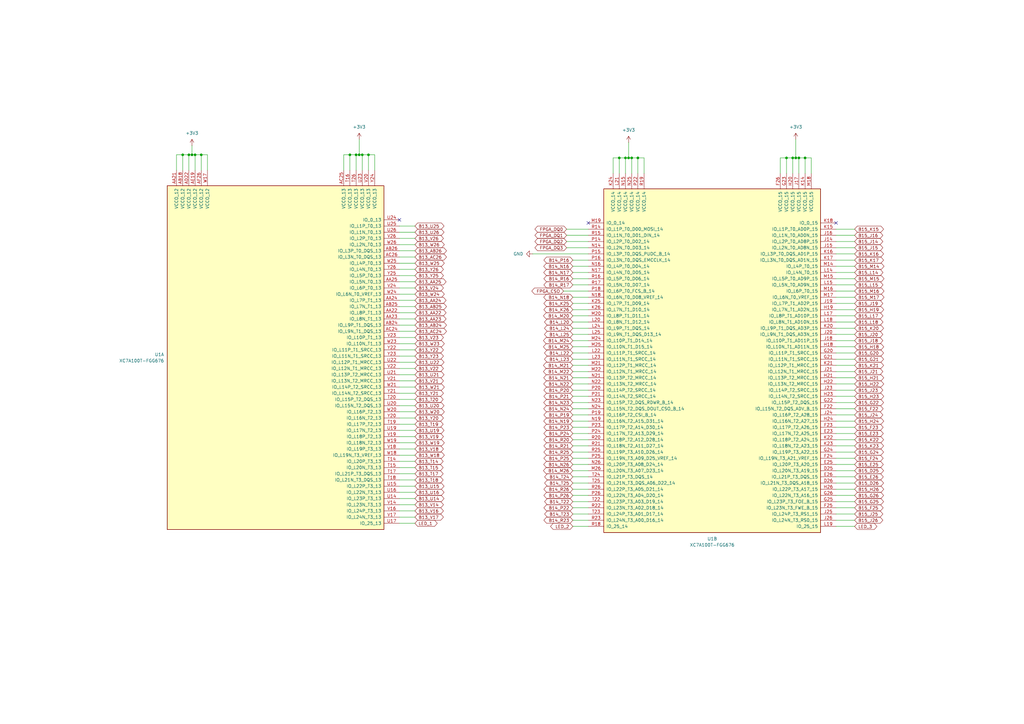
<source format=kicad_sch>
(kicad_sch (version 20250114) (generator "eeschema") (generator_version "9.0")
  (paper "A3")
  (junction (at 77.47 63.5))
  (junction (at 326.39 64.77))
  (junction (at 254 64.77))
  (junction (at 261.62 64.77))
  (junction (at 143.51 63.5))
  (junction (at 325.12 64.77))
  (junction (at 151.13 63.5))
  (junction (at 78.74 63.5))
  (junction (at 80.01 63.5))
  (junction (at 74.93 63.5))
  (junction (at 330.2 64.77))
  (junction (at 82.55 63.5))
  (junction (at 147.32 63.5))
  (junction (at 322.58 64.77))
  (junction (at 257.81 64.77))
  (junction (at 146.05 63.5))
  (junction (at 327.66 64.77))
  (junction (at 259.08 64.77))
  (junction (at 256.54 64.77))
  (junction (at 148.59 63.5))
  (no_connect (at 342.9 91.44))
  (no_connect (at 241.3 91.44))
  (no_connect (at 163.83 90.17))
  (wire (pts (xy 234.95 149.86) (xy 241.3 149.86)))
  (wire (pts (xy 234.95 139.7) (xy 241.3 139.7)))
  (wire (pts (xy 326.39 64.77) (xy 326.39 57.15)))
  (wire (pts (xy 327.66 64.77) (xy 330.2 64.77)))
  (wire (pts (xy 170.18 120.65) (xy 163.83 120.65)))
  (wire (pts (xy 350.52 114.3) (xy 342.9 114.3)))
  (wire (pts (xy 350.52 101.6) (xy 342.9 101.6)))
  (wire (pts (xy 350.52 93.98) (xy 342.9 93.98)))
  (wire (pts (xy 350.52 129.54) (xy 342.9 129.54)))
  (wire (pts (xy 74.93 63.5) (xy 74.93 69.85)))
  (wire (pts (xy 170.18 158.75) (xy 163.83 158.75)))
  (wire (pts (xy 234.95 205.74) (xy 241.3 205.74)))
  (wire (pts (xy 350.52 172.72) (xy 342.9 172.72)))
  (wire (pts (xy 232.41 101.6) (xy 241.3 101.6)))
  (wire (pts (xy 325.12 64.77) (xy 325.12 71.12)))
  (wire (pts (xy 322.58 64.77) (xy 322.58 71.12)))
  (wire (pts (xy 170.18 166.37) (xy 163.83 166.37)))
  (wire (pts (xy 350.52 106.68) (xy 342.9 106.68)))
  (wire (pts (xy 342.9 215.9) (xy 350.52 215.9)))
  (wire (pts (xy 234.95 116.84) (xy 241.3 116.84)))
  (wire (pts (xy 170.18 199.39) (xy 163.83 199.39)))
  (wire (pts (xy 350.52 190.5) (xy 342.9 190.5)))
  (wire (pts (xy 153.67 69.85) (xy 153.67 63.5)))
  (wire (pts (xy 234.95 165.1) (xy 241.3 165.1)))
  (wire (pts (xy 350.52 195.58) (xy 342.9 195.58)))
  (wire (pts (xy 170.18 138.43) (xy 163.83 138.43)))
  (wire (pts (xy 350.52 121.92) (xy 342.9 121.92)))
  (wire (pts (xy 234.95 144.78) (xy 241.3 144.78)))
  (wire (pts (xy 350.52 157.48) (xy 342.9 157.48)))
  (wire (pts (xy 148.59 63.5) (xy 147.32 63.5)))
  (wire (pts (xy 170.18 176.53) (xy 163.83 176.53)))
  (wire (pts (xy 170.18 191.77) (xy 163.83 191.77)))
  (wire (pts (xy 163.83 214.63) (xy 170.18 214.63)))
  (wire (pts (xy 350.52 134.62) (xy 342.9 134.62)))
  (wire (pts (xy 350.52 170.18) (xy 342.9 170.18)))
  (wire (pts (xy 170.18 143.51) (xy 163.83 143.51)))
  (wire (pts (xy 264.16 71.12) (xy 264.16 64.77)))
  (wire (pts (xy 218.44 104.14) (xy 241.3 104.14)))
  (wire (pts (xy 234.95 193.04) (xy 241.3 193.04)))
  (wire (pts (xy 350.52 104.14) (xy 342.9 104.14)))
  (wire (pts (xy 350.52 124.46) (xy 342.9 124.46)))
  (wire (pts (xy 234.95 162.56) (xy 241.3 162.56)))
  (wire (pts (xy 234.95 142.24) (xy 241.3 142.24)))
  (wire (pts (xy 326.39 64.77) (xy 327.66 64.77)))
  (wire (pts (xy 170.18 207.01) (xy 163.83 207.01)))
  (wire (pts (xy 350.52 132.08) (xy 342.9 132.08)))
  (wire (pts (xy 234.95 127) (xy 241.3 127)))
  (wire (pts (xy 170.18 189.23) (xy 163.83 189.23)))
  (wire (pts (xy 234.95 124.46) (xy 241.3 124.46)))
  (wire (pts (xy 72.39 63.5) (xy 74.93 63.5)))
  (wire (pts (xy 143.51 63.5) (xy 143.51 69.85)))
  (wire (pts (xy 80.01 63.5) (xy 80.01 69.85)))
  (wire (pts (xy 78.74 63.5) (xy 80.01 63.5)))
  (wire (pts (xy 350.52 116.84) (xy 342.9 116.84)))
  (wire (pts (xy 259.08 71.12) (xy 259.08 64.77)))
  (wire (pts (xy 170.18 151.13) (xy 163.83 151.13)))
  (wire (pts (xy 232.41 93.98) (xy 241.3 93.98)))
  (wire (pts (xy 170.18 140.97) (xy 163.83 140.97)))
  (wire (pts (xy 350.52 152.4) (xy 342.9 152.4)))
  (wire (pts (xy 257.81 64.77) (xy 259.08 64.77)))
  (wire (pts (xy 77.47 63.5) (xy 77.47 69.85)))
  (wire (pts (xy 140.97 63.5) (xy 143.51 63.5)))
  (wire (pts (xy 170.18 110.49) (xy 163.83 110.49)))
  (wire (pts (xy 234.95 109.22) (xy 241.3 109.22)))
  (wire (pts (xy 170.18 97.79) (xy 163.83 97.79)))
  (wire (pts (xy 234.95 147.32) (xy 241.3 147.32)))
  (wire (pts (xy 350.52 154.94) (xy 342.9 154.94)))
  (wire (pts (xy 327.66 71.12) (xy 327.66 64.77)))
  (wire (pts (xy 170.18 133.35) (xy 163.83 133.35)))
  (wire (pts (xy 350.52 203.2) (xy 342.9 203.2)))
  (wire (pts (xy 170.18 209.55) (xy 163.83 209.55)))
  (wire (pts (xy 170.18 156.21) (xy 163.83 156.21)))
  (wire (pts (xy 170.18 146.05) (xy 163.83 146.05)))
  (wire (pts (xy 251.46 64.77) (xy 254 64.77)))
  (wire (pts (xy 232.41 99.06) (xy 241.3 99.06)))
  (wire (pts (xy 147.32 63.5) (xy 147.32 57.15)))
  (wire (pts (xy 170.18 102.87) (xy 163.83 102.87)))
  (wire (pts (xy 234.95 203.2) (xy 241.3 203.2)))
  (wire (pts (xy 251.46 71.12) (xy 251.46 64.77)))
  (wire (pts (xy 146.05 63.5) (xy 147.32 63.5)))
  (wire (pts (xy 254 64.77) (xy 256.54 64.77)))
  (wire (pts (xy 350.52 96.52) (xy 342.9 96.52)))
  (wire (pts (xy 261.62 64.77) (xy 259.08 64.77)))
  (wire (pts (xy 82.55 63.5) (xy 85.09 63.5)))
  (wire (pts (xy 234.95 210.82) (xy 241.3 210.82)))
  (wire (pts (xy 72.39 69.85) (xy 72.39 63.5)))
  (wire (pts (xy 350.52 177.8) (xy 342.9 177.8)))
  (wire (pts (xy 170.18 204.47) (xy 163.83 204.47)))
  (wire (pts (xy 78.74 63.5) (xy 78.74 59.69)))
  (wire (pts (xy 170.18 168.91) (xy 163.83 168.91)))
  (wire (pts (xy 170.18 153.67) (xy 163.83 153.67)))
  (wire (pts (xy 350.52 180.34) (xy 342.9 180.34)))
  (wire (pts (xy 234.95 182.88) (xy 241.3 182.88)))
  (wire (pts (xy 170.18 194.31) (xy 163.83 194.31)))
  (wire (pts (xy 170.18 148.59) (xy 163.83 148.59)))
  (wire (pts (xy 170.18 184.15) (xy 163.83 184.15)))
  (wire (pts (xy 170.18 118.11) (xy 163.83 118.11)))
  (wire (pts (xy 170.18 113.03) (xy 163.83 113.03)))
  (wire (pts (xy 170.18 163.83) (xy 163.83 163.83)))
  (wire (pts (xy 170.18 135.89) (xy 163.83 135.89)))
  (wire (pts (xy 170.18 130.81) (xy 163.83 130.81)))
  (wire (pts (xy 170.18 201.93) (xy 163.83 201.93)))
  (wire (pts (xy 325.12 64.77) (xy 326.39 64.77)))
  (wire (pts (xy 320.04 64.77) (xy 322.58 64.77)))
  (wire (pts (xy 234.95 170.18) (xy 241.3 170.18)))
  (wire (pts (xy 170.18 115.57) (xy 163.83 115.57)))
  (wire (pts (xy 350.52 208.28) (xy 342.9 208.28)))
  (wire (pts (xy 350.52 137.16) (xy 342.9 137.16)))
  (wire (pts (xy 234.95 111.76) (xy 241.3 111.76)))
  (wire (pts (xy 261.62 64.77) (xy 261.62 71.12)))
  (wire (pts (xy 148.59 63.5) (xy 148.59 69.85)))
  (wire (pts (xy 74.93 63.5) (xy 77.47 63.5)))
  (wire (pts (xy 234.95 185.42) (xy 241.3 185.42)))
  (wire (pts (xy 170.18 125.73) (xy 163.83 125.73)))
  (wire (pts (xy 234.95 114.3) (xy 241.3 114.3)))
  (wire (pts (xy 234.95 154.94) (xy 241.3 154.94)))
  (wire (pts (xy 170.18 161.29) (xy 163.83 161.29)))
  (wire (pts (xy 350.52 119.38) (xy 342.9 119.38)))
  (wire (pts (xy 80.01 63.5) (xy 82.55 63.5)))
  (wire (pts (xy 82.55 69.85) (xy 82.55 63.5)))
  (wire (pts (xy 234.95 152.4) (xy 241.3 152.4)))
  (wire (pts (xy 170.18 196.85) (xy 163.83 196.85)))
  (wire (pts (xy 234.95 215.9) (xy 241.3 215.9)))
  (wire (pts (xy 264.16 64.77) (xy 261.62 64.77)))
  (wire (pts (xy 234.95 129.54) (xy 241.3 129.54)))
  (wire (pts (xy 350.52 205.74) (xy 342.9 205.74)))
  (wire (pts (xy 234.95 208.28) (xy 241.3 208.28)))
  (wire (pts (xy 170.18 92.71) (xy 163.83 92.71)))
  (wire (pts (xy 234.95 132.08) (xy 241.3 132.08)))
  (wire (pts (xy 232.41 96.52) (xy 241.3 96.52)))
  (wire (pts (xy 170.18 179.07) (xy 163.83 179.07)))
  (wire (pts (xy 170.18 105.41) (xy 163.83 105.41)))
  (wire (pts (xy 350.52 198.12) (xy 342.9 198.12)))
  (wire (pts (xy 350.52 193.04) (xy 342.9 193.04)))
  (wire (pts (xy 170.18 100.33) (xy 163.83 100.33)))
  (wire (pts (xy 350.52 149.86) (xy 342.9 149.86)))
  (wire (pts (xy 234.95 177.8) (xy 241.3 177.8)))
  (wire (pts (xy 350.52 185.42) (xy 342.9 185.42)))
  (wire (pts (xy 170.18 212.09) (xy 163.83 212.09)))
  (wire (pts (xy 254 64.77) (xy 254 71.12)))
  (wire (pts (xy 350.52 144.78) (xy 342.9 144.78)))
  (wire (pts (xy 234.95 157.48) (xy 241.3 157.48)))
  (wire (pts (xy 350.52 175.26) (xy 342.9 175.26)))
  (wire (pts (xy 350.52 142.24) (xy 342.9 142.24)))
  (wire (pts (xy 350.52 111.76) (xy 342.9 111.76)))
  (wire (pts (xy 153.67 63.5) (xy 151.13 63.5)))
  (wire (pts (xy 256.54 64.77) (xy 256.54 71.12)))
  (wire (pts (xy 170.18 173.99) (xy 163.83 173.99)))
  (wire (pts (xy 350.52 167.64) (xy 342.9 167.64)))
  (wire (pts (xy 350.52 109.22) (xy 342.9 109.22)))
  (wire (pts (xy 330.2 64.77) (xy 332.74 64.77)))
  (wire (pts (xy 170.18 128.27) (xy 163.83 128.27)))
  (wire (pts (xy 350.52 213.36) (xy 342.9 213.36)))
  (wire (pts (xy 170.18 181.61) (xy 163.83 181.61)))
  (wire (pts (xy 234.95 121.92) (xy 241.3 121.92)))
  (wire (pts (xy 234.95 167.64) (xy 241.3 167.64)))
  (wire (pts (xy 231.14 119.38) (xy 241.3 119.38)))
  (wire (pts (xy 320.04 71.12) (xy 320.04 64.77)))
  (wire (pts (xy 234.95 200.66) (xy 241.3 200.66)))
  (wire (pts (xy 234.95 172.72) (xy 241.3 172.72)))
  (wire (pts (xy 234.95 134.62) (xy 241.3 134.62)))
  (wire (pts (xy 234.95 198.12) (xy 241.3 198.12)))
  (wire (pts (xy 234.95 106.68) (xy 241.3 106.68)))
  (wire (pts (xy 234.95 175.26) (xy 241.3 175.26)))
  (wire (pts (xy 170.18 186.69) (xy 163.83 186.69)))
  (wire (pts (xy 146.05 69.85) (xy 146.05 63.5)))
  (wire (pts (xy 170.18 95.25) (xy 163.83 95.25)))
  (wire (pts (xy 234.95 160.02) (xy 241.3 160.02)))
  (wire (pts (xy 350.52 160.02) (xy 342.9 160.02)))
  (wire (pts (xy 350.52 139.7) (xy 342.9 139.7)))
  (wire (pts (xy 143.51 63.5) (xy 146.05 63.5)))
  (wire (pts (xy 350.52 99.06) (xy 342.9 99.06)))
  (wire (pts (xy 330.2 71.12) (xy 330.2 64.77)))
  (wire (pts (xy 234.95 180.34) (xy 241.3 180.34)))
  (wire (pts (xy 170.18 107.95) (xy 163.83 107.95)))
  (wire (pts (xy 234.95 190.5) (xy 241.3 190.5)))
  (wire (pts (xy 77.47 63.5) (xy 78.74 63.5)))
  (wire (pts (xy 322.58 64.77) (xy 325.12 64.77)))
  (wire (pts (xy 170.18 123.19) (xy 163.83 123.19)))
  (wire (pts (xy 350.52 187.96) (xy 342.9 187.96)))
  (wire (pts (xy 170.18 171.45) (xy 163.83 171.45)))
  (wire (pts (xy 234.95 195.58) (xy 241.3 195.58)))
  (wire (pts (xy 332.74 71.12) (xy 332.74 64.77)))
  (wire (pts (xy 350.52 162.56) (xy 342.9 162.56)))
  (wire (pts (xy 140.97 69.85) (xy 140.97 63.5)))
  (wire (pts (xy 234.95 213.36) (xy 241.3 213.36)))
  (wire (pts (xy 151.13 63.5) (xy 148.59 63.5)))
  (wire (pts (xy 256.54 64.77) (xy 257.81 64.77)))
  (wire (pts (xy 350.52 165.1) (xy 342.9 165.1)))
  (wire (pts (xy 350.52 182.88) (xy 342.9 182.88)))
  (wire (pts (xy 350.52 147.32) (xy 342.9 147.32)))
  (wire (pts (xy 257.81 64.77) (xy 257.81 58.42)))
  (wire (pts (xy 350.52 210.82) (xy 342.9 210.82)))
  (wire (pts (xy 350.52 200.66) (xy 342.9 200.66)))
  (wire (pts (xy 234.95 187.96) (xy 241.3 187.96)))
  (wire (pts (xy 85.09 69.85) (xy 85.09 63.5)))
  (wire (pts (xy 350.52 127) (xy 342.9 127)))
  (wire (pts (xy 234.95 137.16) (xy 241.3 137.16)))
  (wire (pts (xy 151.13 63.5) (xy 151.13 69.85)))
  (global_label "B14_N22" (shape bidirectional) (at 234.95 157.48 180) (property "Intersheetrefs" "${INTERSHEET_REFS}" (effects (hide yes))))
  (global_label "B15_D26" (shape bidirectional) (at 350.52 198.12 0) (property "Intersheetrefs" "${INTERSHEET_REFS}" (effects (hide yes))))
  (global_label "B13_T17" (shape bidirectional) (at 170.18 194.31 0) (property "Intersheetrefs" "${INTERSHEET_REFS}" (effects (hide yes))))
  (global_label "B14_R23" (shape bidirectional) (at 234.95 213.36 180) (property "Intersheetrefs" "${INTERSHEET_REFS}" (effects (hide yes))))
  (global_label "B14_N21" (shape bidirectional) (at 234.95 154.94 180) (property "Intersheetrefs" "${INTERSHEET_REFS}" (effects (hide yes))))
  (global_label "B13_AA22" (shape bidirectional) (at 170.18 128.27 0) (property "Intersheetrefs" "${INTERSHEET_REFS}" (effects (hide yes))))
  (global_label "B13_W26" (shape bidirectional) (at 170.18 100.33 0) (property "Intersheetrefs" "${INTERSHEET_REFS}" (effects (hide yes))))
  (global_label "B14_T24" (shape bidirectional) (at 234.95 195.58 180) (property "Intersheetrefs" "${INTERSHEET_REFS}" (effects (hide yes))))
  (global_label "B14_R25" (shape bidirectional) (at 234.95 185.42 180) (property "Intersheetrefs" "${INTERSHEET_REFS}" (effects (hide yes))))
  (global_label "B15_J16" (shape bidirectional) (at 350.52 96.52 0) (property "Intersheetrefs" "${INTERSHEET_REFS}" (effects (hide yes))))
  (global_label "B14_P21" (shape bidirectional) (at 234.95 162.56 180) (property "Intersheetrefs" "${INTERSHEET_REFS}" (effects (hide yes))))
  (global_label "FPGA_DQ3" (shape bidirectional) (at 232.41 101.6 180) (property "Intersheetrefs" "${INTERSHEET_REFS}" (effects (hide yes))))
  (global_label "B15_G26" (shape bidirectional) (at 350.52 203.2 0) (property "Intersheetrefs" "${INTERSHEET_REFS}" (effects (hide yes))))
  (global_label "B13_V18" (shape bidirectional) (at 170.18 184.15 0) (property "Intersheetrefs" "${INTERSHEET_REFS}" (effects (hide yes))))
  (global_label "B13_U19" (shape bidirectional) (at 170.18 176.53 0) (property "Intersheetrefs" "${INTERSHEET_REFS}" (effects (hide yes))))
  (global_label "B13_W19" (shape bidirectional) (at 170.18 181.61 0) (property "Intersheetrefs" "${INTERSHEET_REFS}" (effects (hide yes))))
  (global_label "FPGA_DQ0" (shape bidirectional) (at 232.41 93.98 180) (property "Intersheetrefs" "${INTERSHEET_REFS}" (effects (hide yes))))
  (global_label "B13_W24" (shape bidirectional) (at 170.18 120.65 0) (property "Intersheetrefs" "${INTERSHEET_REFS}" (effects (hide yes))))
  (global_label "B15_F23" (shape bidirectional) (at 350.52 175.26 0) (property "Intersheetrefs" "${INTERSHEET_REFS}" (effects (hide yes))))
  (global_label "B14_N17" (shape bidirectional) (at 234.95 111.76 180) (property "Intersheetrefs" "${INTERSHEET_REFS}" (effects (hide yes))))
  (global_label "B15_E23" (shape bidirectional) (at 350.52 177.8 0) (property "Intersheetrefs" "${INTERSHEET_REFS}" (effects (hide yes))))
  (global_label "B13_AA23" (shape bidirectional) (at 170.18 130.81 0) (property "Intersheetrefs" "${INTERSHEET_REFS}" (effects (hide yes))))
  (global_label "B14_T25" (shape bidirectional) (at 234.95 198.12 180) (property "Intersheetrefs" "${INTERSHEET_REFS}" (effects (hide yes))))
  (global_label "B15_G21" (shape bidirectional) (at 350.52 147.32 0) (property "Intersheetrefs" "${INTERSHEET_REFS}" (effects (hide yes))))
  (global_label "B15_K21" (shape bidirectional) (at 350.52 149.86 0) (property "Intersheetrefs" "${INTERSHEET_REFS}" (effects (hide yes))))
  (global_label "B15_L15" (shape bidirectional) (at 350.52 116.84 0) (property "Intersheetrefs" "${INTERSHEET_REFS}" (effects (hide yes))))
  (global_label "B15_F24" (shape bidirectional) (at 350.52 187.96 0) (property "Intersheetrefs" "${INTERSHEET_REFS}" (effects (hide yes))))
  (global_label "B13_U22" (shape bidirectional) (at 170.18 148.59 0) (property "Intersheetrefs" "${INTERSHEET_REFS}" (effects (hide yes))))
  (global_label "B13_V22" (shape bidirectional) (at 170.18 151.13 0) (property "Intersheetrefs" "${INTERSHEET_REFS}" (effects (hide yes))))
  (global_label "B14_M21" (shape bidirectional) (at 234.95 149.86 180) (property "Intersheetrefs" "${INTERSHEET_REFS}" (effects (hide yes))))
  (global_label "B14_R21" (shape bidirectional) (at 234.95 182.88 180) (property "Intersheetrefs" "${INTERSHEET_REFS}" (effects (hide yes))))
  (global_label "B15_K23" (shape bidirectional) (at 350.52 182.88 0) (property "Intersheetrefs" "${INTERSHEET_REFS}" (effects (hide yes))))
  (global_label "B13_Y26" (shape bidirectional) (at 170.18 110.49 0) (property "Intersheetrefs" "${INTERSHEET_REFS}" (effects (hide yes))))
  (global_label "B14_T23" (shape bidirectional) (at 234.95 210.82 180) (property "Intersheetrefs" "${INTERSHEET_REFS}" (effects (hide yes))))
  (global_label "B14_M24" (shape bidirectional) (at 234.95 139.7 180) (property "Intersheetrefs" "${INTERSHEET_REFS}" (effects (hide yes))))
  (global_label "B13_W20" (shape bidirectional) (at 170.18 168.91 0) (property "Intersheetrefs" "${INTERSHEET_REFS}" (effects (hide yes))))
  (global_label "B15_K20" (shape bidirectional) (at 350.52 134.62 0) (property "Intersheetrefs" "${INTERSHEET_REFS}" (effects (hide yes))))
  (global_label "B14_P23" (shape bidirectional) (at 234.95 175.26 180) (property "Intersheetrefs" "${INTERSHEET_REFS}" (effects (hide yes))))
  (global_label "B13_W25" (shape bidirectional) (at 170.18 107.95 0) (property "Intersheetrefs" "${INTERSHEET_REFS}" (effects (hide yes))))
  (global_label "B15_H19" (shape bidirectional) (at 350.52 127 0) (property "Intersheetrefs" "${INTERSHEET_REFS}" (effects (hide yes))))
  (global_label "B13_AB25" (shape bidirectional) (at 170.18 125.73 0) (property "Intersheetrefs" "${INTERSHEET_REFS}" (effects (hide yes))))
  (global_label "B14_P19" (shape bidirectional) (at 234.95 170.18 180) (property "Intersheetrefs" "${INTERSHEET_REFS}" (effects (hide yes))))
  (global_label "B15_D25" (shape bidirectional) (at 350.52 193.04 0) (property "Intersheetrefs" "${INTERSHEET_REFS}" (effects (hide yes))))
  (global_label "B13_U26" (shape bidirectional) (at 170.18 95.25 0) (property "Intersheetrefs" "${INTERSHEET_REFS}" (effects (hide yes))))
  (global_label "B13_U14" (shape bidirectional) (at 170.18 204.47 0) (property "Intersheetrefs" "${INTERSHEET_REFS}" (effects (hide yes))))
  (global_label "B13_V17" (shape bidirectional) (at 170.18 212.09 0) (property "Intersheetrefs" "${INTERSHEET_REFS}" (effects (hide yes))))
  (global_label "B13_Y23" (shape bidirectional) (at 170.18 146.05 0) (property "Intersheetrefs" "${INTERSHEET_REFS}" (effects (hide yes))))
  (global_label "B13_U15" (shape bidirectional) (at 170.18 199.39 0) (property "Intersheetrefs" "${INTERSHEET_REFS}" (effects (hide yes))))
  (global_label "B13_AC24" (shape bidirectional) (at 170.18 135.89 0) (property "Intersheetrefs" "${INTERSHEET_REFS}" (effects (hide yes))))
  (global_label "B15_J21" (shape bidirectional) (at 350.52 152.4 0) (property "Intersheetrefs" "${INTERSHEET_REFS}" (effects (hide yes))))
  (global_label "B14_N23" (shape bidirectional) (at 234.95 165.1 180) (property "Intersheetrefs" "${INTERSHEET_REFS}" (effects (hide yes))))
  (global_label "FPGA_DQ1" (shape bidirectional) (at 232.41 96.52 180) (property "Intersheetrefs" "${INTERSHEET_REFS}" (effects (hide yes))))
  (global_label "B15_F25" (shape bidirectional) (at 350.52 208.28 0) (property "Intersheetrefs" "${INTERSHEET_REFS}" (effects (hide yes))))
  (global_label "B15_M17" (shape bidirectional) (at 350.52 121.92 0) (property "Intersheetrefs" "${INTERSHEET_REFS}" (effects (hide yes))))
  (global_label "B13_V21" (shape bidirectional) (at 170.18 156.21 0) (property "Intersheetrefs" "${INTERSHEET_REFS}" (effects (hide yes))))
  (global_label "B13_W21" (shape bidirectional) (at 170.18 158.75 0) (property "Intersheetrefs" "${INTERSHEET_REFS}" (effects (hide yes))))
  (global_label "B14_M25" (shape bidirectional) (at 234.95 142.24 180) (property "Intersheetrefs" "${INTERSHEET_REFS}" (effects (hide yes))))
  (global_label "B14_K26" (shape bidirectional) (at 234.95 127 180) (property "Intersheetrefs" "${INTERSHEET_REFS}" (effects (hide yes))))
  (global_label "B15_J15" (shape bidirectional) (at 350.52 101.6 0) (property "Intersheetrefs" "${INTERSHEET_REFS}" (effects (hide yes))))
  (global_label "B15_L14" (shape bidirectional) (at 350.52 111.76 0) (property "Intersheetrefs" "${INTERSHEET_REFS}" (effects (hide yes))))
  (global_label "B15_J19" (shape bidirectional) (at 350.52 124.46 0) (property "Intersheetrefs" "${INTERSHEET_REFS}" (effects (hide yes))))
  (global_label "B14_N26" (shape bidirectional) (at 234.95 190.5 180) (property "Intersheetrefs" "${INTERSHEET_REFS}" (effects (hide yes))))
  (global_label "B14_R16" (shape bidirectional) (at 234.95 114.3 180) (property "Intersheetrefs" "${INTERSHEET_REFS}" (effects (hide yes))))
  (global_label "B15_L17" (shape bidirectional) (at 350.52 129.54 0) (property "Intersheetrefs" "${INTERSHEET_REFS}" (effects (hide yes))))
  (global_label "B14_N24" (shape bidirectional) (at 234.95 167.64 180) (property "Intersheetrefs" "${INTERSHEET_REFS}" (effects (hide yes))))
  (global_label "B14_R17" (shape bidirectional) (at 234.95 116.84 180) (property "Intersheetrefs" "${INTERSHEET_REFS}" (effects (hide yes))))
  (global_label "B15_K17" (shape bidirectional) (at 350.52 106.68 0) (property "Intersheetrefs" "${INTERSHEET_REFS}" (effects (hide yes))))
  (global_label "B15_J26" (shape bidirectional) (at 350.52 213.36 0) (property "Intersheetrefs" "${INTERSHEET_REFS}" (effects (hide yes))))
  (global_label "B15_M14" (shape bidirectional) (at 350.52 109.22 0) (property "Intersheetrefs" "${INTERSHEET_REFS}" (effects (hide yes))))
  (global_label "B15_G24" (shape bidirectional) (at 350.52 185.42 0) (property "Intersheetrefs" "${INTERSHEET_REFS}" (effects (hide yes))))
  (global_label "B15_G20" (shape bidirectional) (at 350.52 144.78 0) (property "Intersheetrefs" "${INTERSHEET_REFS}" (effects (hide yes))))
  (global_label "B15_H22" (shape bidirectional) (at 350.52 157.48 0) (property "Intersheetrefs" "${INTERSHEET_REFS}" (effects (hide yes))))
  (global_label "B15_J25" (shape bidirectional) (at 350.52 210.82 0) (property "Intersheetrefs" "${INTERSHEET_REFS}" (effects (hide yes))))
  (global_label "FPGA_CSO" (shape bidirectional) (at 231.14 119.38 180) (property "Intersheetrefs" "${INTERSHEET_REFS}" (effects (hide yes))))
  (global_label "B13_T18" (shape bidirectional) (at 170.18 196.85 0) (property "Intersheetrefs" "${INTERSHEET_REFS}" (effects (hide yes))))
  (global_label "B13_AC26" (shape bidirectional) (at 170.18 105.41 0) (property "Intersheetrefs" "${INTERSHEET_REFS}" (effects (hide yes))))
  (global_label "B15_G25" (shape bidirectional) (at 350.52 205.74 0) (property "Intersheetrefs" "${INTERSHEET_REFS}" (effects (hide yes))))
  (global_label "B15_J18" (shape bidirectional) (at 350.52 139.7 0) (property "Intersheetrefs" "${INTERSHEET_REFS}" (effects (hide yes))))
  (global_label "B15_J14" (shape bidirectional) (at 350.52 99.06 0) (property "Intersheetrefs" "${INTERSHEET_REFS}" (effects (hide yes))))
  (global_label "B15_J23" (shape bidirectional) (at 350.52 160.02 0) (property "Intersheetrefs" "${INTERSHEET_REFS}" (effects (hide yes))))
  (global_label "B13_U16" (shape bidirectional) (at 170.18 201.93 0) (property "Intersheetrefs" "${INTERSHEET_REFS}" (effects (hide yes))))
  (global_label "B14_N16" (shape bidirectional) (at 234.95 109.22 180) (property "Intersheetrefs" "${INTERSHEET_REFS}" (effects (hide yes))))
  (global_label "B13_V16" (shape bidirectional) (at 170.18 209.55 0) (property "Intersheetrefs" "${INTERSHEET_REFS}" (effects (hide yes))))
  (global_label "B13_V23" (shape bidirectional) (at 170.18 138.43 0) (property "Intersheetrefs" "${INTERSHEET_REFS}" (effects (hide yes))))
  (global_label "B14_P20" (shape bidirectional) (at 234.95 160.02 180) (property "Intersheetrefs" "${INTERSHEET_REFS}" (effects (hide yes))))
  (global_label "B14_L22" (shape bidirectional) (at 234.95 144.78 180) (property "Intersheetrefs" "${INTERSHEET_REFS}" (effects (hide yes))))
  (global_label "B14_L20" (shape bidirectional) (at 234.95 132.08 180) (property "Intersheetrefs" "${INTERSHEET_REFS}" (effects (hide yes))))
  (global_label "B13_T15" (shape bidirectional) (at 170.18 191.77 0) (property "Intersheetrefs" "${INTERSHEET_REFS}" (effects (hide yes))))
  (global_label "B13_W23" (shape bidirectional) (at 170.18 140.97 0) (property "Intersheetrefs" "${INTERSHEET_REFS}" (effects (hide yes))))
  (global_label "B15_H23" (shape bidirectional) (at 350.52 162.56 0) (property "Intersheetrefs" "${INTERSHEET_REFS}" (effects (hide yes))))
  (global_label "B13_AA25" (shape bidirectional) (at 170.18 115.57 0) (property "Intersheetrefs" "${INTERSHEET_REFS}" (effects (hide yes))))
  (global_label "B13_V14" (shape bidirectional) (at 170.18 207.01 0) (property "Intersheetrefs" "${INTERSHEET_REFS}" (effects (hide yes))))
  (global_label "B15_J20" (shape bidirectional) (at 350.52 137.16 0) (property "Intersheetrefs" "${INTERSHEET_REFS}" (effects (hide yes))))
  (global_label "B15_H21" (shape bidirectional) (at 350.52 154.94 0) (property "Intersheetrefs" "${INTERSHEET_REFS}" (effects (hide yes))))
  (global_label "B15_H24" (shape bidirectional) (at 350.52 172.72 0) (property "Intersheetrefs" "${INTERSHEET_REFS}" (effects (hide yes))))
  (global_label "FPGA_DQ2" (shape bidirectional) (at 232.41 99.06 180) (property "Intersheetrefs" "${INTERSHEET_REFS}" (effects (hide yes))))
  (global_label "B14_R26" (shape bidirectional) (at 234.95 200.66 180) (property "Intersheetrefs" "${INTERSHEET_REFS}" (effects (hide yes))))
  (global_label "B15_E25" (shape bidirectional) (at 350.52 190.5 0) (property "Intersheetrefs" "${INTERSHEET_REFS}" (effects (hide yes))))
  (global_label "B13_Y20" (shape bidirectional) (at 170.18 171.45 0) (property "Intersheetrefs" "${INTERSHEET_REFS}" (effects (hide yes))))
  (global_label "B14_T22" (shape bidirectional) (at 234.95 205.74 180) (property "Intersheetrefs" "${INTERSHEET_REFS}" (effects (hide yes))))
  (global_label "B14_M22" (shape bidirectional) (at 234.95 152.4 180) (property "Intersheetrefs" "${INTERSHEET_REFS}" (effects (hide yes))))
  (global_label "B13_AA24" (shape bidirectional) (at 170.18 123.19 0) (property "Intersheetrefs" "${INTERSHEET_REFS}" (effects (hide yes))))
  (global_label "B15_J24" (shape bidirectional) (at 350.52 170.18 0) (property "Intersheetrefs" "${INTERSHEET_REFS}" (effects (hide yes))))
  (global_label "B15_H26" (shape bidirectional) (at 350.52 200.66 0) (property "Intersheetrefs" "${INTERSHEET_REFS}" (effects (hide yes))))
  (global_label "B13_W18" (shape bidirectional) (at 170.18 186.69 0) (property "Intersheetrefs" "${INTERSHEET_REFS}" (effects (hide yes))))
  (global_label "B13_Y25" (shape bidirectional) (at 170.18 113.03 0) (property "Intersheetrefs" "${INTERSHEET_REFS}" (effects (hide yes))))
  (global_label "B14_P26" (shape bidirectional) (at 234.95 203.2 180) (property "Intersheetrefs" "${INTERSHEET_REFS}" (effects (hide yes))))
  (global_label "B14_L24" (shape bidirectional) (at 234.95 134.62 180) (property "Intersheetrefs" "${INTERSHEET_REFS}" (effects (hide yes))))
  (global_label "B13_AB24" (shape bidirectional) (at 170.18 133.35 0) (property "Intersheetrefs" "${INTERSHEET_REFS}" (effects (hide yes))))
  (global_label "B14_M26" (shape bidirectional) (at 234.95 193.04 180) (property "Intersheetrefs" "${INTERSHEET_REFS}" (effects (hide yes))))
  (global_label "B13_U21" (shape bidirectional) (at 170.18 153.67 0) (property "Intersheetrefs" "${INTERSHEET_REFS}" (effects (hide yes))))
  (global_label "B15_K15" (shape bidirectional) (at 350.52 93.98 0) (property "Intersheetrefs" "${INTERSHEET_REFS}" (effects (hide yes))))
  (global_label "B13_V24" (shape bidirectional) (at 170.18 118.11 0) (property "Intersheetrefs" "${INTERSHEET_REFS}" (effects (hide yes))))
  (global_label "B15_L18" (shape bidirectional) (at 350.52 132.08 0) (property "Intersheetrefs" "${INTERSHEET_REFS}" (effects (hide yes))))
  (global_label "B13_U20" (shape bidirectional) (at 170.18 166.37 0) (property "Intersheetrefs" "${INTERSHEET_REFS}" (effects (hide yes))))
  (global_label "B15_H18" (shape bidirectional) (at 350.52 142.24 0) (property "Intersheetrefs" "${INTERSHEET_REFS}" (effects (hide yes))))
  (global_label "B14_N19" (shape bidirectional) (at 234.95 172.72 180) (property "Intersheetrefs" "${INTERSHEET_REFS}" (effects (hide yes))))
  (global_label "B13_T20" (shape bidirectional) (at 170.18 163.83 0) (property "Intersheetrefs" "${INTERSHEET_REFS}" (effects (hide yes))))
  (global_label "B14_L25" (shape bidirectional) (at 234.95 137.16 180) (property "Intersheetrefs" "${INTERSHEET_REFS}" (effects (hide yes))))
  (global_label "B13_T14" (shape bidirectional) (at 170.18 189.23 0) (property "Intersheetrefs" "${INTERSHEET_REFS}" (effects (hide yes))))
  (global_label "B14_P16" (shape bidirectional) (at 234.95 106.68 180) (property "Intersheetrefs" "${INTERSHEET_REFS}" (effects (hide yes))))
  (global_label "B14_N18" (shape bidirectional) (at 234.95 121.92 180) (property "Intersheetrefs" "${INTERSHEET_REFS}" (effects (hide yes))))
  (global_label "B13_Y21" (shape bidirectional) (at 170.18 161.29 0) (property "Intersheetrefs" "${INTERSHEET_REFS}" (effects (hide yes))))
  (global_label "LED_3" (shape bidirectional) (at 350.52 215.9 0) (property "Intersheetrefs" "${INTERSHEET_REFS}" (effects (hide yes))))
  (global_label "B13_U25" (shape bidirectional) (at 170.18 92.71 0) (property "Intersheetrefs" "${INTERSHEET_REFS}" (effects (hide yes))))
  (global_label "B13_AB26" (shape bidirectional) (at 170.18 102.87 0) (property "Intersheetrefs" "${INTERSHEET_REFS}" (effects (hide yes))))
  (global_label "B15_M16" (shape bidirectional) (at 350.52 119.38 0) (property "Intersheetrefs" "${INTERSHEET_REFS}" (effects (hide yes))))
  (global_label "B14_M20" (shape bidirectional) (at 234.95 129.54 180) (property "Intersheetrefs" "${INTERSHEET_REFS}" (effects (hide yes))))
  (global_label "B15_K16" (shape bidirectional) (at 350.52 104.14 0) (property "Intersheetrefs" "${INTERSHEET_REFS}" (effects (hide yes))))
  (global_label "LED_2" (shape bidirectional) (at 234.95 215.9 180) (property "Intersheetrefs" "${INTERSHEET_REFS}" (effects (hide yes))))
  (global_label "B14_P25" (shape bidirectional) (at 234.95 187.96 180) (property "Intersheetrefs" "${INTERSHEET_REFS}" (effects (hide yes))))
  (global_label "B14_L23" (shape bidirectional) (at 234.95 147.32 180) (property "Intersheetrefs" "${INTERSHEET_REFS}" (effects (hide yes))))
  (global_label "B13_V19" (shape bidirectional) (at 170.18 179.07 0) (property "Intersheetrefs" "${INTERSHEET_REFS}" (effects (hide yes))))
  (global_label "B14_K25" (shape bidirectional) (at 234.95 124.46 180) (property "Intersheetrefs" "${INTERSHEET_REFS}" (effects (hide yes))))
  (global_label "B15_E26" (shape bidirectional) (at 350.52 195.58 0) (property "Intersheetrefs" "${INTERSHEET_REFS}" (effects (hide yes))))
  (global_label "LED_1" (shape bidirectional) (at 170.18 214.63 0) (property "Intersheetrefs" "${INTERSHEET_REFS}" (effects (hide yes))))
  (global_label "B14_P22" (shape bidirectional) (at 234.95 208.28 180) (property "Intersheetrefs" "${INTERSHEET_REFS}" (effects (hide yes))))
  (global_label "B15_G22" (shape bidirectional) (at 350.52 165.1 0) (property "Intersheetrefs" "${INTERSHEET_REFS}" (effects (hide yes))))
  (global_label "B15_F22" (shape bidirectional) (at 350.52 167.64 0) (property "Intersheetrefs" "${INTERSHEET_REFS}" (effects (hide yes))))
  (global_label "B15_M15" (shape bidirectional) (at 350.52 114.3 0) (property "Intersheetrefs" "${INTERSHEET_REFS}" (effects (hide yes))))
  (global_label "B14_R20" (shape bidirectional) (at 234.95 180.34 180) (property "Intersheetrefs" "${INTERSHEET_REFS}" (effects (hide yes))))
  (global_label "B15_K22" (shape bidirectional) (at 350.52 180.34 0) (property "Intersheetrefs" "${INTERSHEET_REFS}" (effects (hide yes))))
  (global_label "B13_T19" (shape bidirectional) (at 170.18 173.99 0) (property "Intersheetrefs" "${INTERSHEET_REFS}" (effects (hide yes))))
  (global_label "B13_Y22" (shape bidirectional) (at 170.18 143.51 0) (property "Intersheetrefs" "${INTERSHEET_REFS}" (effects (hide yes))))
  (global_label "B14_P24" (shape bidirectional) (at 234.95 177.8 180) (property "Intersheetrefs" "${INTERSHEET_REFS}" (effects (hide yes))))
  (global_label "B13_V26" (shape bidirectional) (at 170.18 97.79 0) (property "Intersheetrefs" "${INTERSHEET_REFS}" (effects (hide yes))))
  (symbol (lib_id "power:+3V3") (at 78.74 59.69 0) (unit 1)
    (property "Reference" "#PWR03" (effects (hide yes)))
    (property "Value" "+3V3" (at 78.74 54.61 0))
    (property "Description" "Power symbol creates a global label with name \"+3V3\"" (effects (hide yes)))
  )
  (symbol (lib_id "power:GND") (at 218.44 104.14 270) (unit 1)
    (property "Reference" "#PWR028" (effects (hide yes)))
    (property "Value" "GND" (at 214.63 104.1399 90) (effects (justify right)))
    (property "Description" "Power symbol creates a global label with name \"GND\" , ground" (effects (hide yes)))
  )
  (symbol (lib_id "power:+3V3") (at 147.32 57.15 0) (unit 1)
    (property "Reference" "#PWR05" (effects (hide yes)))
    (property "Value" "+3V3" (at 147.32 52.07 0))
    (property "Description" "Power symbol creates a global label with name \"+3V3\"" (effects (hide yes)))
  )
  (symbol (lib_id "FPGA_Xilinx_Artix7:XC7A100T-FGG676") (at 113.03 143.51 0) (unit 1)
    (property "Reference" "U1" (at 67.31 145.4149 0) (effects (justify right)))
    (property "Value" "XC7A100T-FGG676" (at 67.31 147.9549 0) (effects (justify right)))
    (property "Description" "Artix 7 T 100 XC7A100T-FGG676" (effects (hide yes)))
  )
  (symbol (lib_id "power:+3V3") (at 257.81 58.42 0) (unit 1)
    (property "Reference" "#PWR04" (effects (hide yes)))
    (property "Value" "+3V3" (at 257.81 53.34 0))
    (property "Description" "Power symbol creates a global label with name \"+3V3\"" (effects (hide yes)))
  )
  (symbol (lib_id "power:+3V3") (at 326.39 57.15 0) (unit 1)
    (property "Reference" "#PWR06" (effects (hide yes)))
    (property "Value" "+3V3" (at 326.39 52.07 0))
    (property "Description" "Power symbol creates a global label with name \"+3V3\"" (effects (hide yes)))
  )
  (symbol (lib_id "FPGA_Xilinx_Artix7:XC7A100T-FGG676") (at 292.1 144.78 0) (unit 2)
    (property "Reference" "U1" (at 292.1 220.98 0))
    (property "Value" "XC7A100T-FGG676" (at 292.1 223.52 0))
    (property "Description" "Artix 7 T 100 XC7A100T-FGG676" (effects (hide yes)))
  )
)
</source>
